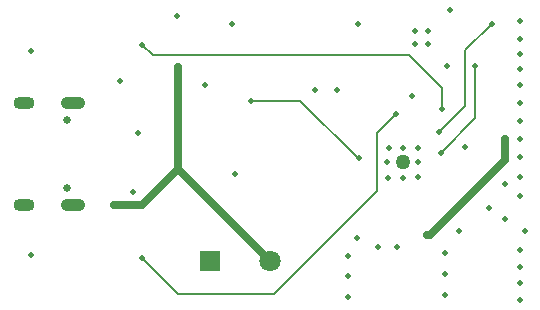
<source format=gbl>
%FSTAX23Y23*%
%MOIN*%
%SFA1B1*%

%IPPOS*%
%AMD54*
4,1,8,0.041300,0.000000,0.041300,0.000000,0.021700,0.019700,-0.021700,0.019700,-0.041300,0.000000,-0.041300,0.000000,-0.021700,-0.019700,0.021700,-0.019700,0.041300,0.000000,0.0*
1,1,0.039370,0.021700,0.000000*
1,1,0.039370,0.021700,0.000000*
1,1,0.039370,-0.021700,0.000000*
1,1,0.039370,-0.021700,0.000000*
%
%AMD55*
4,1,8,0.035400,0.000000,0.035400,0.000000,0.015700,0.019700,-0.015700,0.019700,-0.035400,0.000000,-0.035400,0.000000,-0.015700,-0.019700,0.015700,-0.019700,0.035400,0.000000,0.0*
1,1,0.039370,0.015700,0.000000*
1,1,0.039370,0.015700,0.000000*
1,1,0.039370,-0.015700,0.000000*
1,1,0.039370,-0.015700,0.000000*
%
%ADD49C,0.025000*%
%ADD50C,0.008000*%
%ADD53C,0.025591*%
G04~CAMADD=54~8~0.0~0.0~393.7~826.8~196.9~0.0~15~0.0~0.0~0.0~0.0~0~0.0~0.0~0.0~0.0~0~0.0~0.0~0.0~270.0~828.0~394.0*
%ADD54D54*%
G04~CAMADD=55~8~0.0~0.0~393.7~708.7~196.9~0.0~15~0.0~0.0~0.0~0.0~0~0.0~0.0~0.0~0.0~0~0.0~0.0~0.0~270.0~707.0~393.0*
%ADD55D55*%
%ADD56C,0.070866*%
%ADD57R,0.070866X0.070866*%
%ADD58C,0.020000*%
%ADD59C,0.019685*%
%ADD60C,0.028000*%
%ADD61C,0.050000*%
%LNpcb-1*%
%LPD*%
G54D49*
X0165Y005D02*
Y0057D01*
X014Y0025D02*
X0165Y005D01*
X0139Y0025D02*
X014D01*
X0056Y0047D02*
Y0081D01*
X0139Y0025D02*
X0139Y0025D01*
X00345Y0035D02*
X0044D01*
X0056Y0047*
X00865Y00165*
G54D50*
X00475Y0085D02*
X0133D01*
X0144Y0074*
X01162Y00337D02*
X01222Y00397D01*
Y00592D02*
X01285Y00655D01*
X01222Y00397D02*
Y00592D01*
X0116Y00335D02*
X01162Y00337D01*
X0056Y00055D02*
X0088D01*
X0116Y00335*
X00966Y00698D02*
X01158Y00506D01*
X00803Y00698D02*
X00966D01*
X01158Y00506D02*
X01161D01*
X01517Y00867D02*
X01605Y00955D01*
X01517Y00682D02*
Y00867D01*
X0143Y00595D02*
X01517Y00682D01*
X01435Y00525D02*
X0155Y0064D01*
Y00815*
X0144Y0067D02*
Y0074D01*
X0044Y00885D02*
X00475Y0085D01*
X0044Y00175D02*
X0056Y00055D01*
G54D53*
X00189Y00406D03*
Y00633D03*
G54D54*
X00208Y00349D03*
Y0069D03*
G54D55*
X00044Y00349D03*
Y0069D03*
G54D56*
X00865Y00165D03*
G54D57*
X00665Y00165D03*
G54D58*
X0165Y0042D03*
X017Y0038D03*
X0165Y00305D03*
X017Y002D03*
X01715Y00265D03*
X0116Y00955D03*
X01161Y00506D03*
X01257Y00495D03*
X01263Y0054D03*
X01258Y0044D03*
X01605Y00955D03*
X01465Y01D03*
X01455Y00815D03*
X0144Y0067D03*
X0155Y00815D03*
X01435Y00525D03*
X0143Y00595D03*
X0134Y00715D03*
X0065Y0075D03*
X017Y00965D03*
Y00035D03*
Y0009D03*
Y00145D03*
Y00905D03*
Y00855D03*
Y00805D03*
Y0075D03*
Y0069D03*
Y0063D03*
Y0057D03*
Y0051D03*
X01595Y0034D03*
X01308Y0044D03*
X01358Y00445D03*
Y00495D03*
Y0054D03*
X01308D03*
X017Y00445D03*
X00425Y0059D03*
X0041Y00395D03*
X00365Y00765D03*
X01015Y00735D03*
X01515Y00545D03*
X01495Y00265D03*
X0109Y00735D03*
X0074Y00955D03*
X00555Y0098D03*
X0007Y00865D03*
Y00185D03*
X0075Y00455D03*
X01155Y0024D03*
X01285Y00655D03*
X0044Y00175D03*
Y00885D03*
X00803Y00698D03*
X0129Y0021D03*
X01125Y0018D03*
Y00115D03*
Y00045D03*
X0145Y0019D03*
Y0012D03*
Y0005D03*
X01225Y0021D03*
G54D59*
X01391Y00931D03*
Y00888D03*
X01348D03*
Y00931D03*
G54D60*
X0056Y0081D03*
X0165Y0057D03*
X0139Y0025D03*
X00345Y0035D03*
G54D61*
X0131Y00495D03*
M02*
</source>
